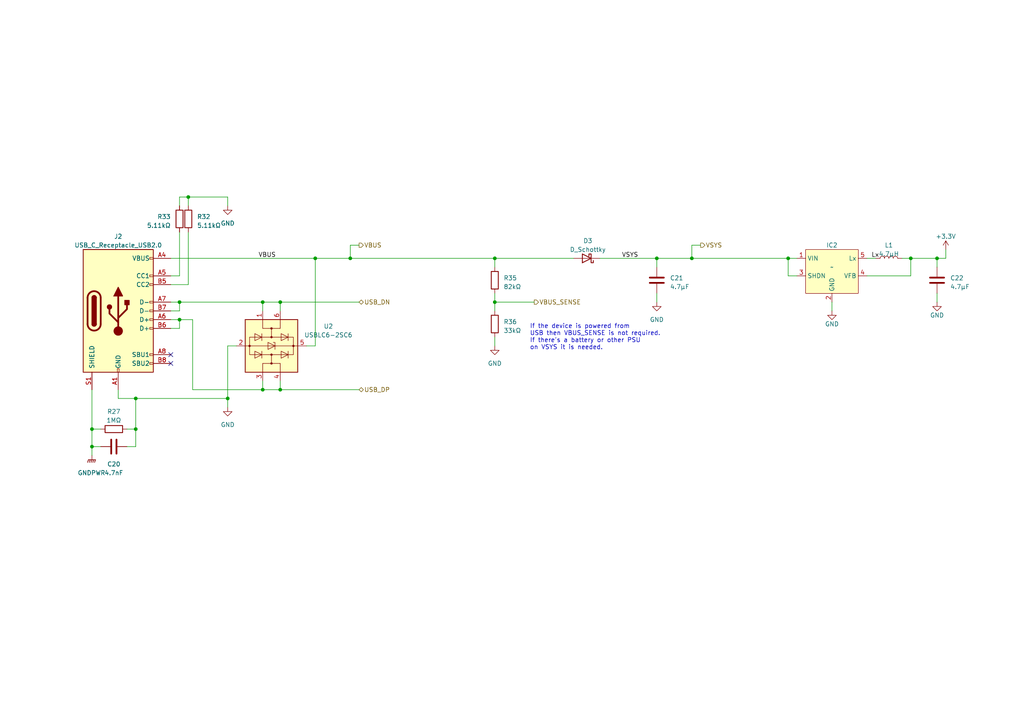
<source format=kicad_sch>
(kicad_sch (version 20230121) (generator eeschema)
  (paper "A4")
  (lib_symbols
    (symbol "Connector:USB_C_Receptacle_USB2.0" (pin_names (offset 1.016))
      (property "Reference" "J" (at -10.16 19.05 0))
      (property "Value" "USB_C_Receptacle_USB2.0" (at 19.05 19.05 0))
      (symbol "USB_C_Receptacle_USB2.0_0_0"
        (rectangle (start -0.254 -17.78) (end 0.254 -16.764))
        (rectangle (start 10.16 -14.986) (end 9.144 -15.494))
        (rectangle (start 10.16 -12.446) (end 9.144 -12.954))
        (rectangle (start 10.16 -4.826) (end 9.144 -5.334))
        (rectangle (start 10.16 -2.286) (end 9.144 -2.794))
        (rectangle (start 10.16 0.254) (end 9.144 -0.254))
        (rectangle (start 10.16 2.794) (end 9.144 2.286))
        (rectangle (start 10.16 7.874) (end 9.144 7.366))
        (rectangle (start 10.16 10.414) (end 9.144 9.906))
        (rectangle (start 10.16 15.494) (end 9.144 14.986))
      )
      (symbol "USB_C_Receptacle_USB2.0_0_1"
        (rectangle (start -10.16 17.78) (end 10.16 -17.78) (stroke (width 0.254)) (fill (type background)))
        (arc (start -8.89 -3.81) (mid -6.985 -5.7067) (end -5.08 -3.81) (stroke (width 0.508)))
        (arc (start -7.62 -3.81) (mid -6.985 -4.4423) (end -6.35 -3.81) (stroke (width 0.254)))
        (arc (start -7.62 -3.81) (mid -6.985 -4.4423) (end -6.35 -3.81) (stroke (width 0.254)) (fill (type outline)))
        (rectangle (start -7.62 -3.81) (end -6.35 3.81) (stroke (width 0.254)) (fill (type outline)))
        (arc (start -6.35 3.81) (mid -6.985 4.4423) (end -7.62 3.81) (stroke (width 0.254)))
        (arc (start -6.35 3.81) (mid -6.985 4.4423) (end -7.62 3.81) (stroke (width 0.254)) (fill (type outline)))
        (arc (start -5.08 3.81) (mid -6.985 5.7067) (end -8.89 3.81) (stroke (width 0.508)))
        (circle (center -2.54 1.143) (radius 0.635) (stroke (width 0.254)) (fill (type outline)))
        (circle (center 0 -5.842) (radius 1.27) (fill (type outline)))
        (polyline (pts (xy -8.89 -3.81) (xy -8.89 3.81)) (stroke (width 0.508)))
        (polyline (pts (xy -5.08 3.81) (xy -5.08 -3.81)) (stroke (width 0.508)))
        (polyline (pts (xy 0 -5.842) (xy 0 4.318)) (stroke (width 0.508)))
        (polyline (pts (xy 0 -3.302) (xy -2.54 -0.762) (xy -2.54 0.508)) (stroke (width 0.508)))
        (polyline (pts (xy 0 -2.032) (xy 2.54 0.508) (xy 2.54 1.778)) (stroke (width 0.508)))
        (polyline (pts (xy -1.27 4.318) (xy 0 6.858) (xy 1.27 4.318) (xy -1.27 4.318)) (stroke (width 0.254)) (fill (type outline)))
        (rectangle (start 1.905 1.778) (end 3.175 3.048) (stroke (width 0.254)) (fill (type outline)))
      )
      (symbol "USB_C_Receptacle_USB2.0_1_1"
        (pin passive line (at 0 -22.86 90) (length 5.08) (name "GND") (number "A1"))
        (pin passive line (at 0 -22.86 90) (length 5.08) hide (name "GND") (number "A12"))
        (pin passive line (at 15.24 15.24 180) (length 5.08) (name "VBUS") (number "A4"))
        (pin bidirectional line (at 15.24 10.16 180) (length 5.08) (name "CC1") (number "A5"))
        (pin bidirectional line (at 15.24 -2.54 180) (length 5.08) (name "D+") (number "A6"))
        (pin bidirectional line (at 15.24 2.54 180) (length 5.08) (name "D-") (number "A7"))
        (pin bidirectional line (at 15.24 -12.7 180) (length 5.08) (name "SBU1") (number "A8"))
        (pin passive line (at 15.24 15.24 180) (length 5.08) hide (name "VBUS") (number "A9"))
        (pin passive line (at 0 -22.86 90) (length 5.08) hide (name "GND") (number "B1"))
        (pin passive line (at 0 -22.86 90) (length 5.08) hide (name "GND") (number "B12"))
        (pin passive line (at 15.24 15.24 180) (length 5.08) hide (name "VBUS") (number "B4"))
        (pin bidirectional line (at 15.24 7.62 180) (length 5.08) (name "CC2") (number "B5"))
        (pin bidirectional line (at 15.24 -5.08 180) (length 5.08) (name "D+") (number "B6"))
        (pin bidirectional line (at 15.24 0 180) (length 5.08) (name "D-") (number "B7"))
        (pin bidirectional line (at 15.24 -15.24 180) (length 5.08) (name "SBU2") (number "B8"))
        (pin passive line (at 15.24 15.24 180) (length 5.08) hide (name "VBUS") (number "B9"))
        (pin passive line (at -7.62 -22.86 90) (length 5.08) (name "SHIELD") (number "S1"))
      )
    )
    (symbol "Device:C" (pin_numbers hide) (pin_names (offset 0.254))
      (property "Reference" "C" (at 0.635 2.54 0))
      (property "Value" "C" (at 0.635 -2.54 0))
      (symbol "C_0_1"
        (polyline (pts (xy -2.032 -0.762) (xy 2.032 -0.762)) (stroke (width 0.508)))
        (polyline (pts (xy -2.032 0.762) (xy 2.032 0.762)) (stroke (width 0.508)))
      )
      (symbol "C_1_1"
        (pin passive line (at 0 3.81 270) (length 2.794) (name "~") (number "1"))
        (pin passive line (at 0 -3.81 90) (length 2.794) (name "~") (number "2"))
      )
    )
    (symbol "Device:D_Schottky" (pin_numbers hide) (pin_names (offset 1.016) hide)
      (property "Reference" "D" (at 0 2.54 0))
      (property "Value" "D_Schottky" (at 0 -2.54 0))
      (symbol "D_Schottky_0_1"
        (polyline (pts (xy 1.27 0) (xy -1.27 0)))
        (polyline (pts (xy 1.27 1.27) (xy 1.27 -1.27) (xy -1.27 0) (xy 1.27 1.27)) (stroke (width 0.254)))
        (polyline (pts (xy -1.905 0.635) (xy -1.905 1.27) (xy -1.27 1.27) (xy -1.27 -1.27) (xy -0.635 -1.27) (xy -0.635 -0.635)) (stroke (width 0.254)))
      )
      (symbol "D_Schottky_1_1"
        (pin passive line (at -3.81 0 0) (length 2.54) (name "K") (number "1"))
        (pin passive line (at 3.81 0 180) (length 2.54) (name "A") (number "2"))
      )
    )
    (symbol "Device:L" (pin_numbers hide) (pin_names (offset 1.016) hide)
      (property "Reference" "L" (at -1.27 0 90))
      (property "Value" "L" (at 1.905 0 90))
      (symbol "L_0_1"
        (arc (start 0 -2.54) (mid 0.6323 -1.905) (end 0 -1.27))
        (arc (start 0 -1.27) (mid 0.6323 -0.635) (end 0 0))
        (arc (start 0 0) (mid 0.6323 0.635) (end 0 1.27))
        (arc (start 0 1.27) (mid 0.6323 1.905) (end 0 2.54))
      )
      (symbol "L_1_1"
        (pin passive line (at 0 3.81 270) (length 1.27) (name "1") (number "1"))
        (pin passive line (at 0 -3.81 90) (length 1.27) (name "2") (number "2"))
      )
    )
    (symbol "Device:R" (pin_numbers hide) (pin_names (offset 0))
      (property "Reference" "R" (at 2.032 0 90))
      (property "Value" "R" (at 0 0 90))
      (symbol "R_0_1"
        (rectangle (start -1.016 -2.54) (end 1.016 2.54) (stroke (width 0.254)))
      )
      (symbol "R_1_1"
        (pin passive line (at 0 3.81 270) (length 1.27) (name "~") (number "1"))
        (pin passive line (at 0 -3.81 90) (length 1.27) (name "~") (number "2"))
      )
    )
    (symbol "Power_Protection:USBLC6-2SC6" (pin_names hide)
      (property "Reference" "U" (at 2.54 8.89 0))
      (property "Value" "USBLC6-2SC6" (at 2.54 -8.89 0))
      (symbol "USBLC6-2SC6_0_1"
        (rectangle (start -7.62 -7.62) (end 7.62 7.62) (stroke (width 0.254)) (fill (type background)))
        (circle (center -5.08 0) (radius 0.254) (fill (type outline)))
        (circle (center -2.54 0) (radius 0.254) (fill (type outline)))
        (rectangle (start -2.54 6.35) (end 2.54 -6.35))
        (circle (center 0 -6.35) (radius 0.254) (fill (type outline)))
        (polyline (pts (xy -5.08 -2.54) (xy -7.62 -2.54)))
        (polyline (pts (xy -5.08 0) (xy -5.08 -2.54)))
        (polyline (pts (xy -5.08 2.54) (xy -7.62 2.54)))
        (polyline (pts (xy -1.524 -2.794) (xy -3.556 -2.794)))
        (polyline (pts (xy -1.524 4.826) (xy -3.556 4.826)))
        (polyline (pts (xy 0 -7.62) (xy 0 -6.35)))
        (polyline (pts (xy 0 -6.35) (xy 0 1.27)))
        (polyline (pts (xy 0 1.27) (xy 0 6.35)))
        (polyline (pts (xy 0 6.35) (xy 0 7.62)))
        (polyline (pts (xy 1.524 -2.794) (xy 3.556 -2.794)))
        (polyline (pts (xy 1.524 4.826) (xy 3.556 4.826)))
        (polyline (pts (xy 5.08 -2.54) (xy 7.62 -2.54)))
        (polyline (pts (xy 5.08 0) (xy 5.08 -2.54)))
        (polyline (pts (xy 5.08 2.54) (xy 7.62 2.54)))
        (polyline (pts (xy -2.54 0) (xy -5.08 0) (xy -5.08 2.54)))
        (polyline (pts (xy 2.54 0) (xy 5.08 0) (xy 5.08 2.54)))
        (polyline (pts (xy -3.556 -4.826) (xy -1.524 -4.826) (xy -2.54 -2.794) (xy -3.556 -4.826)))
        (polyline (pts (xy -3.556 2.794) (xy -1.524 2.794) (xy -2.54 4.826) (xy -3.556 2.794)))
        (polyline (pts (xy -1.016 -1.016) (xy 1.016 -1.016) (xy 0 1.016) (xy -1.016 -1.016)))
        (polyline (pts (xy 1.016 1.016) (xy 0.762 1.016) (xy -1.016 1.016) (xy -1.016 0.508)))
        (polyline (pts (xy 3.556 -4.826) (xy 1.524 -4.826) (xy 2.54 -2.794) (xy 3.556 -4.826)))
        (polyline (pts (xy 3.556 2.794) (xy 1.524 2.794) (xy 2.54 4.826) (xy 3.556 2.794)))
        (circle (center 0 6.35) (radius 0.254) (fill (type outline)))
        (circle (center 2.54 0) (radius 0.254) (fill (type outline)))
        (circle (center 5.08 0) (radius 0.254) (fill (type outline)))
      )
      (symbol "USBLC6-2SC6_1_1"
        (pin passive line (at -10.16 -2.54 0) (length 2.54) (name "I/O1") (number "1"))
        (pin passive line (at 0 -10.16 90) (length 2.54) (name "GND") (number "2"))
        (pin passive line (at 10.16 -2.54 180) (length 2.54) (name "I/O2") (number "3"))
        (pin passive line (at 10.16 2.54 180) (length 2.54) (name "I/O2") (number "4"))
        (pin passive line (at 0 10.16 270) (length 2.54) (name "VBUS") (number "5"))
        (pin passive line (at -10.16 2.54 0) (length 2.54) (name "I/O1") (number "6"))
      )
    )
    (symbol "power:+3.3V" (power) (pin_names (offset 0))
      (property "Value" "+3.3V" (at 0 3.556 0))
      (symbol "+3.3V_0_1"
        (polyline (pts (xy -0.762 1.27) (xy 0 2.54)))
        (polyline (pts (xy 0 0) (xy 0 2.54)))
        (polyline (pts (xy 0 2.54) (xy 0.762 1.27)))
      )
      (symbol "+3.3V_1_1"
        (pin power_in line (at 0 0 90) (length 0) hide (name "+3.3V") (number "1"))
      )
    )
    (symbol "power:GND" (power) (pin_names (offset 0))
      (property "Value" "GND" (at 0 -3.81 0))
      (symbol "GND_0_1"
        (polyline (pts (xy 0 0) (xy 0 -1.27) (xy 1.27 -1.27) (xy 0 -2.54) (xy -1.27 -1.27) (xy 0 -1.27)))
      )
      (symbol "GND_1_1"
        (pin power_in line (at 0 0 270) (length 0) hide (name "GND") (number "1"))
      )
    )
    (symbol "power:GNDPWR" (power) (pin_names (offset 0))
      (property "Value" "GNDPWR" (at 0 -3.302 0))
      (symbol "GNDPWR_0_1"
        (polyline (pts (xy 0 -1.27) (xy 0 0)))
        (polyline (pts (xy -1.016 -1.27) (xy -1.27 -2.032) (xy -1.27 -2.032)) (stroke (width 0.2032)))
        (polyline (pts (xy -0.508 -1.27) (xy -0.762 -2.032) (xy -0.762 -2.032)) (stroke (width 0.2032)))
        (polyline (pts (xy 0 -1.27) (xy -0.254 -2.032) (xy -0.254 -2.032)) (stroke (width 0.2032)))
        (polyline (pts (xy 0.508 -1.27) (xy 0.254 -2.032) (xy 0.254 -2.032)) (stroke (width 0.2032)))
        (polyline (pts (xy 1.016 -1.27) (xy -1.016 -1.27) (xy -1.016 -1.27)) (stroke (width 0.2032)))
        (polyline (pts (xy 1.016 -1.27) (xy 0.762 -2.032) (xy 0.762 -2.032) (xy 0.762 -2.032)) (stroke (width 0.2032)))
      )
      (symbol "GNDPWR_1_1"
        (pin power_in line (at 0 0 270) (length 0) hide (name "GNDPWR") (number "1"))
      )
    )
    (symbol "power:PWR_FLAG" (power) (pin_numbers hide) (pin_names (offset 0) hide)
      (property "Value" "PWR_FLAG" (at 0 3.81 0))
      (symbol "PWR_FLAG_0_0"
        (pin power_out line (at 0 0 90) (length 0) (name "pwr") (number "1"))
      )
      (symbol "PWR_FLAG_0_1"
        (polyline (pts (xy 0 0) (xy 0 1.27) (xy -1.016 1.905) (xy 0 2.54) (xy 1.016 1.905) (xy 0 1.27)))
      )
    )
    (symbol "spe:MCP1603T-330IOT"
      (property "Reference" "IC" (at 0 0 0))
      (symbol "MCP1603T-330IOT_1_1"
        (rectangle (start -7.62 5.08) (end 7.62 -7.62) (fill (type background)))
        (pin power_in line (at -10.16 2.54 0) (length 2.54) (name "VIN") (number "1"))
        (pin power_in line (at 0 -10.16 90) (length 2.54) (name "GND") (number "2"))
        (pin input line (at -10.16 -2.54 0) (length 2.54) (name "SHDN") (number "3"))
        (pin input line (at 10.16 -2.54 180) (length 2.54) (name "VFB") (number "4"))
        (pin power_out line (at 10.16 2.54 180) (length 2.54) (name "Lx") (number "5"))
      )
    )
  )
  (junction (at 52.07 92.71))
  (junction (at 81.28 87.63))
  (junction (at 200.66 74.93))
  (junction (at 143.51 87.63))
  (junction (at 81.28 113.03))
  (junction (at 143.51 74.93))
  (junction (at 271.78 74.93))
  (junction (at 76.2 87.63))
  (junction (at 39.37 124.46))
  (junction (at 52.07 87.63))
  (junction (at 190.5 74.93))
  (junction (at 264.16 74.93))
  (junction (at 26.67 124.46))
  (junction (at 91.44 74.93))
  (junction (at 26.67 129.54))
  (junction (at 54.61 57.15))
  (junction (at 66.04 115.57))
  (junction (at 228.6 74.93))
  (junction (at 101.6 74.93))
  (junction (at 39.37 115.57))
  (junction (at 76.2 113.03))
  (no_connect (at 49.53 102.87))
  (no_connect (at 49.53 105.41))
  (wire (pts (xy 49.53 74.93) (xy 91.44 74.93)))
  (wire (pts (xy 143.51 85.09) (xy 143.51 87.63)))
  (wire (pts (xy 52.07 95.25) (xy 52.07 92.71)))
  (wire (pts (xy 101.6 71.12) (xy 101.6 74.93)))
  (wire (pts (xy 49.53 82.55) (xy 54.61 82.55)))
  (wire (pts (xy 49.53 95.25) (xy 52.07 95.25)))
  (wire (pts (xy 91.44 100.33) (xy 91.44 74.93)))
  (wire (pts (xy 143.51 97.79) (xy 143.51 100.33)))
  (wire (pts (xy 55.88 92.71) (xy 55.88 113.03)))
  (wire (pts (xy 101.6 74.93) (xy 143.51 74.93)))
  (wire (pts (xy 34.29 115.57) (xy 34.29 113.03)))
  (wire (pts (xy 76.2 113.03) (xy 76.2 110.49)))
  (wire (pts (xy 264.16 74.93) (xy 271.78 74.93)))
  (wire (pts (xy 190.5 85.09) (xy 190.5 87.63)))
  (wire (pts (xy 66.04 100.33) (xy 66.04 115.57)))
  (wire (pts (xy 251.46 80.01) (xy 264.16 80.01)))
  (wire (pts (xy 274.32 72.39) (xy 274.32 74.93)))
  (wire (pts (xy 39.37 115.57) (xy 34.29 115.57)))
  (wire (pts (xy 88.9 100.33) (xy 91.44 100.33)))
  (wire (pts (xy 228.6 74.93) (xy 228.6 80.01)))
  (wire (pts (xy 264.16 74.93) (xy 261.62 74.93)))
  (wire (pts (xy 66.04 115.57) (xy 66.04 118.11)))
  (wire (pts (xy 49.53 90.17) (xy 52.07 90.17)))
  (wire (pts (xy 49.53 92.71) (xy 52.07 92.71)))
  (wire (pts (xy 330.2 77.47) (xy 330.2 74.93)))
  (wire (pts (xy 81.28 113.03) (xy 104.14 113.03)))
  (wire (pts (xy 143.51 87.63) (xy 154.94 87.63)))
  (wire (pts (xy 66.04 57.15) (xy 66.04 59.69)))
  (wire (pts (xy 200.66 74.93) (xy 228.6 74.93)))
  (wire (pts (xy 173.99 74.93) (xy 190.5 74.93)))
  (wire (pts (xy 271.78 85.09) (xy 271.78 87.63)))
  (wire (pts (xy 76.2 87.63) (xy 76.2 90.17)))
  (wire (pts (xy 36.83 129.54) (xy 39.37 129.54)))
  (wire (pts (xy 231.14 80.01) (xy 228.6 80.01)))
  (wire (pts (xy 29.21 124.46) (xy 26.67 124.46)))
  (wire (pts (xy 241.3 87.63) (xy 241.3 90.17)))
  (wire (pts (xy 143.51 74.93) (xy 143.51 77.47)))
  (wire (pts (xy 143.51 87.63) (xy 143.51 90.17)))
  (wire (pts (xy 81.28 87.63) (xy 104.14 87.63)))
  (wire (pts (xy 264.16 80.01) (xy 264.16 74.93)))
  (wire (pts (xy 55.88 113.03) (xy 76.2 113.03)))
  (wire (pts (xy 54.61 57.15) (xy 66.04 57.15)))
  (wire (pts (xy 76.2 113.03) (xy 81.28 113.03)))
  (wire (pts (xy 52.07 67.31) (xy 52.07 80.01)))
  (wire (pts (xy 49.53 87.63) (xy 52.07 87.63)))
  (wire (pts (xy 81.28 87.63) (xy 81.28 90.17)))
  (wire (pts (xy 203.2 71.12) (xy 200.66 71.12)))
  (wire (pts (xy 26.67 124.46) (xy 26.67 129.54)))
  (wire (pts (xy 66.04 100.33) (xy 68.58 100.33)))
  (wire (pts (xy 26.67 129.54) (xy 26.67 132.08)))
  (wire (pts (xy 271.78 74.93) (xy 271.78 77.47)))
  (wire (pts (xy 26.67 113.03) (xy 26.67 124.46)))
  (wire (pts (xy 39.37 124.46) (xy 39.37 115.57)))
  (wire (pts (xy 271.78 74.93) (xy 274.32 74.93)))
  (wire (pts (xy 52.07 57.15) (xy 54.61 57.15)))
  (wire (pts (xy 26.67 129.54) (xy 29.21 129.54)))
  (wire (pts (xy 54.61 67.31) (xy 54.61 82.55)))
  (wire (pts (xy 143.51 74.93) (xy 166.37 74.93)))
  (wire (pts (xy 54.61 57.15) (xy 54.61 59.69)))
  (wire (pts (xy 81.28 113.03) (xy 81.28 110.49)))
  (wire (pts (xy 49.53 80.01) (xy 52.07 80.01)))
  (wire (pts (xy 190.5 74.93) (xy 190.5 77.47)))
  (wire (pts (xy 52.07 87.63) (xy 76.2 87.63)))
  (wire (pts (xy 36.83 124.46) (xy 39.37 124.46)))
  (wire (pts (xy 317.5 73.66) (xy 317.5 76.2)))
  (wire (pts (xy 52.07 92.71) (xy 55.88 92.71)))
  (wire (pts (xy 66.04 115.57) (xy 39.37 115.57)))
  (wire (pts (xy 330.2 74.93) (xy 341.63 74.93)))
  (wire (pts (xy 91.44 74.93) (xy 101.6 74.93)))
  (wire (pts (xy 39.37 129.54) (xy 39.37 124.46)))
  (wire (pts (xy 200.66 71.12) (xy 200.66 74.93)))
  (wire (pts (xy -10.16 132.08) (xy -10.16 134.62)))
  (wire (pts (xy 104.14 71.12) (xy 101.6 71.12)))
  (wire (pts (xy 228.6 74.93) (xy 231.14 74.93)))
  (wire (pts (xy 190.5 74.93) (xy 200.66 74.93)))
  (wire (pts (xy 52.07 59.69) (xy 52.07 57.15)))
  (wire (pts (xy 76.2 87.63) (xy 81.28 87.63)))
  (wire (pts (xy 52.07 90.17) (xy 52.07 87.63)))
  (wire (pts (xy 251.46 74.93) (xy 254 74.93)))
  (text "If the device is powered from\nUSB then VBUS_SENSE is not required.\nIf there's a battery or other PSU\non VSYS it is needed." (at 153.67 101.6 0) (effects (font (size 1.27 1.27)) (justify left bottom)))
  (label "VSYS" (at 180.34 74.93 0))
  (label "Lx" (at 252.73 74.93 0))
  (label "VSYS" (at 341.63 74.93 180))
  (label "VBUS" (at 74.93 74.93 0))
  (hierarchical_label "USB_DN" (shape bidirectional) (at 104.14 87.63 0))
  (hierarchical_label "USB_DP" (shape bidirectional) (at 104.14 113.03 0))
  (hierarchical_label "VSYS" (shape output) (at 203.2 71.12 0))
  (hierarchical_label "VBUS_SENSE" (shape output) (at 154.94 87.63 0))
  (hierarchical_label "VBUS" (shape output) (at 104.14 71.12 0))
  (symbol (lib_id "Device:R") (at 52.07 63.5 0) (mirror y) (unit 1)
    (property "Reference" "R33" (at 49.53 62.865 0) (effects (justify left)))
    (property "Value" "5.11kΩ" (at 49.53 65.405 0) (effects (justify left)))
    (property "Footprint" "Resistor_SMD:R_0402_1005Metric" (effects hide))
  )
  (symbol (lib_id "Device:L") (at 257.81 74.93 90) (unit 1)
    (property "Reference" "L1" (at 257.81 71.12 90))
    (property "Value" "4.7µH" (at 257.81 73.66 90))
    (property "Footprint" "Inductor_SMD:L_Wuerth_WE-TPC-3816" (effects hide))
  )
  (symbol (lib_id "Device:D_Schottky") (at 170.18 74.93 180) (unit 1)
    (property "Reference" "D3" (at 170.4975 69.85 0))
    (property "Value" "D_Schottky" (at 170.4975 72.39 0))
    (property "Footprint" "Diode_SMD:D_0603_1608Metric" (effects hide))
  )
  (symbol (lib_id "Device:R") (at 143.51 81.28 0) (unit 1)
    (property "Reference" "R35" (at 146.05 80.645 0) (effects (justify left)))
    (property "Value" "82kΩ" (at 146.05 83.185 0) (effects (justify left)))
    (property "Footprint" "Resistor_SMD:R_0402_1005Metric" (effects hide))
  )
  (symbol (lib_id "power:GND") (at 317.5 76.2 0) (unit 1)
    (property "Reference" "#PWR030" (effects hide))
    (property "Value" "GND" (at 317.5 81.28 0))
  )
  (symbol (lib_id "power:PWR_FLAG") (at 330.2 77.47 180) (unit 1)
    (property "Reference" "#FLG04" (effects hide))
    (property "Value" "PWR_FLAG" (at 330.2 82.55 0))
  )
  (symbol (lib_id "Device:R") (at 54.61 63.5 0) (unit 1)
    (property "Reference" "R32" (at 57.15 62.865 0) (effects (justify left)))
    (property "Value" "5.11kΩ" (at 57.15 65.405 0) (effects (justify left)))
    (property "Footprint" "Resistor_SMD:R_0402_1005Metric" (effects hide))
  )
  (symbol (lib_id "power:GNDPWR") (at -10.16 134.62 0) (unit 1)
    (property "Reference" "#PWR026" (effects hide))
    (property "Value" "GNDPWR" (at -10.287 139.7 0))
  )
  (symbol (lib_id "Device:C") (at 33.02 129.54 90) (unit 1)
    (property "Reference" "C20" (at 33.02 134.62 90))
    (property "Value" "4.7nF" (at 33.02 137.16 90))
    (property "Footprint" "Capacitor_SMD:C_0805_2012Metric" (effects hide))
  )
  (symbol (lib_id "power:PWR_FLAG") (at 317.5 73.66 0) (unit 1)
    (property "Reference" "#FLG03" (effects hide))
    (property "Value" "PWR_FLAG" (at 317.5 69.85 0))
  )
  (symbol (lib_id "power:GND") (at 66.04 118.11 0) (unit 1)
    (property "Reference" "#PWR019" (effects hide))
    (property "Value" "GND" (at 66.04 123.19 0))
  )
  (symbol (lib_id "Device:C") (at 271.78 81.28 0) (unit 1)
    (property "Reference" "C22" (at 275.59 80.645 0) (effects (justify left)))
    (property "Value" "4.7µF" (at 275.59 83.185 0) (effects (justify left)))
    (property "Footprint" "Capacitor_SMD:C_0805_2012Metric" (effects hide))
  )
  (symbol (lib_id "power:GND") (at 66.04 59.69 0) (unit 1)
    (property "Reference" "#PWR023" (effects hide))
    (property "Value" "GND" (at 66.04 64.77 0))
  )
  (symbol (lib_id "power:GNDPWR") (at 26.67 132.08 0) (unit 1)
    (property "Reference" "#PWR031" (effects hide))
    (property "Value" "GNDPWR" (at 26.543 137.16 0))
  )
  (symbol (lib_id "power:PWR_FLAG") (at -10.16 132.08 0) (unit 1)
    (property "Reference" "#FLG05" (effects hide))
    (property "Value" "PWR_FLAG" (at -10.16 128.27 0))
  )
  (symbol (lib_id "Connector:USB_C_Receptacle_USB2.0") (at 34.29 90.17 0) (unit 1)
    (property "Reference" "J2" (at 34.29 68.58 0))
    (property "Value" "USB_C_Receptacle_USB2.0" (at 34.29 71.12 0))
    (property "Footprint" "Connector_USB:USB_C_Receptacle_GCT_USB4085" (effects hide))
    (property "Datasheet" "https://www.usb.org/sites/default/files/documents/usb_type-c.zip" (effects hide))
  )
  (symbol (lib_id "spe:MCP1603T-330IOT") (at 241.3 77.47 0) (unit 1)
    (property "Reference" "IC2" (at 241.3 71.12 0))
    (property "Value" "~" (at 241.3 77.47 0))
    (property "Footprint" "Package_TO_SOT_SMD:TSOT-23-5" (effects hide))
  )
  (symbol (lib_id "power:GND") (at 143.51 100.33 0) (unit 1)
    (property "Reference" "#PWR024" (effects hide))
    (property "Value" "GND" (at 143.51 105.41 0))
  )
  (symbol (lib_id "power:GND") (at 271.78 87.63 0) (unit 1)
    (property "Reference" "#PWR0106" (effects hide))
    (property "Value" "GND" (at 271.78 91.44 0))
  )
  (symbol (lib_id "Device:R") (at 33.02 124.46 90) (unit 1)
    (property "Reference" "R27" (at 33.02 119.38 90))
    (property "Value" "1MΩ" (at 33.02 121.92 90))
    (property "Footprint" "Resistor_SMD:R_0603_1608Metric" (effects hide))
  )
  (symbol (lib_id "power:GND") (at 190.5 87.63 0) (unit 1)
    (property "Reference" "#PWR020" (effects hide))
    (property "Value" "GND" (at 190.5 92.71 0))
  )
  (symbol (lib_id "power:+3.3V") (at 274.32 72.39 0) (unit 1)
    (property "Reference" "#PWR021" (effects hide))
    (property "Value" "+3.3V" (at 274.32 68.58 0))
  )
  (symbol (lib_id "power:GND") (at 241.3 90.17 0) (unit 1)
    (property "Reference" "#PWR0105" (effects hide))
    (property "Value" "GND" (at 241.3 93.98 0))
  )
  (symbol (lib_id "Device:R") (at 143.51 93.98 0) (unit 1)
    (property "Reference" "R36" (at 146.05 93.345 0) (effects (justify left)))
    (property "Value" "33kΩ" (at 146.05 95.885 0) (effects (justify left)))
    (property "Footprint" "Resistor_SMD:R_0402_1005Metric" (effects hide))
  )
  (symbol (lib_id "Power_Protection:USBLC6-2SC6") (at 78.74 100.33 270) (unit 1)
    (property "Reference" "U2" (at 95.25 94.6403 90))
    (property "Value" "USBLC6-2SC6" (at 95.25 97.1803 90))
    (property "Footprint" "Package_TO_SOT_SMD:SOT-23-6" (effects hide))
    (property "Datasheet" "https://www.st.com/resource/en/datasheet/usblc6-2.pdf" (effects hide))
  )
  (symbol (lib_id "Device:C") (at 190.5 81.28 0) (unit 1)
    (property "Reference" "C21" (at 194.31 80.645 0) (effects (justify left)))
    (property "Value" "4.7µF" (at 194.31 83.185 0) (effects (justify left)))
    (property "Footprint" "Capacitor_SMD:C_0805_2012Metric" (effects hide))
  )
)
</source>
